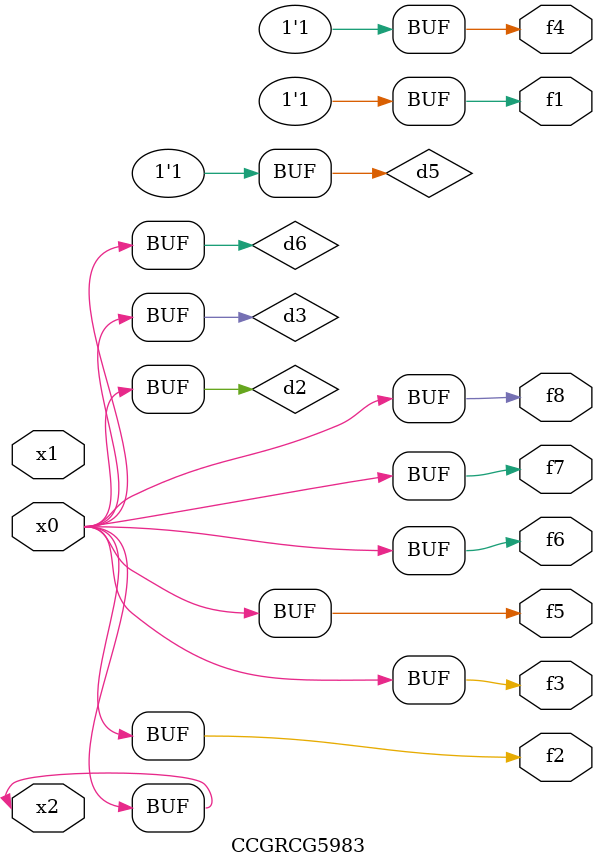
<source format=v>
module CCGRCG5983(
	input x0, x1, x2,
	output f1, f2, f3, f4, f5, f6, f7, f8
);

	wire d1, d2, d3, d4, d5, d6;

	xnor (d1, x2);
	buf (d2, x0, x2);
	and (d3, x0);
	xnor (d4, x1, x2);
	nand (d5, d1, d3);
	buf (d6, d2, d3);
	assign f1 = d5;
	assign f2 = d6;
	assign f3 = d6;
	assign f4 = d5;
	assign f5 = d6;
	assign f6 = d6;
	assign f7 = d6;
	assign f8 = d6;
endmodule

</source>
